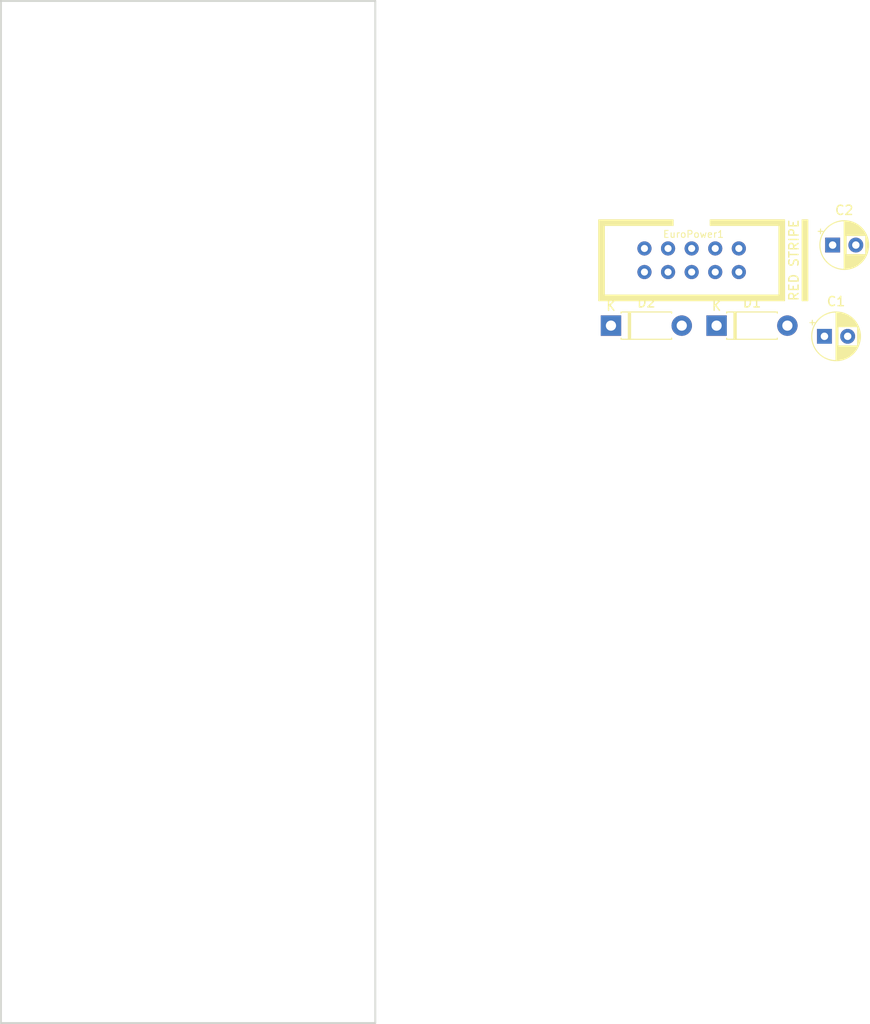
<source format=kicad_pcb>
(kicad_pcb (version 20211014) (generator pcbnew)
  (layers (0 "F.Cu" signal) (31 "B.Cu" signal) (34 "B.Paste" user) (35 "F.Paste" user) (36 "B.SilkS" user "B.Silkscreen") (37 "F.SilkS" user "F.Silkscreen") (38 "B.Mask" user) (39 "F.Mask" user) (44 "Edge.Cuts" user))
  (net 0 "")
  (net 1 "+12V")
  (net 2 "Earth")
  (net 3 "-12V")
  (net 4 "Net-(D1-Pad1)")
  (net 5 "Net-(D2-Pad2)")
  (footprint "Eurorack:Eurorack Power Header" (layer "F.Cu") (at 74.351225 27.9084)
    (fp_text reference "EuroPower1" (at 0.2 -2.8 unlocked) (layer "F.SilkS") (effects (font (size 0.75 0.75) (thickness 0.1))))
    (fp_text value "02x05 Shrouded")
    (fp_text user "RED STRIPE" (at 11 0 90 unlocked) (layer "F.SilkS"))
    (fp_rect (start 11.9 -4.35) (end 12.5 4.35) (layer "F.SilkS") (width 0.12) (fill solid))
    (fp_poly (pts (xy -10 4.35) (xy 10 4.35) (xy 10 -4.35) (xy 2 -4.35) (xy 2 -3.75) (xy 9.4 -3.75) (xy 9.4 3.75) (xy -9.4 3.75) (xy -9.4 -3.75) (xy -2 -3.75) (xy -2 -4.35) (xy -10 -4.35)) (layer "F.SilkS") (width 0.12) (fill solid))
    (pad "1" thru_hole circle (at 5.08 -1.27) (size 1.524 1.524) (drill 0.762) (layers *.Cu *.Mask) (net 5 "Net-(D2-Pad2)"))
    (pad "2" thru_hole circle (at 5.08 1.27) (size 1.524 1.524) (drill 0.762) (layers *.Cu *.Mask) (net 5 "Net-(D2-Pad2)"))
    (pad "3" thru_hole circle (at 2.54 -1.27) (size 1.524 1.524) (drill 0.762) (layers *.Cu *.Mask) (net 2 "Earth"))
    (pad "4" thru_hole circle (at 2.54 1.27) (size 1.524 1.524) (drill 0.762) (layers *.Cu *.Mask) (net 2 "Earth"))
    (pad "5" thru_hole circle (at 0 -1.27) (size 1.524 1.524) (drill 0.762) (layers *.Cu *.Mask) (net 2 "Earth"))
    (pad "6" thru_hole circle (at 0 1.27) (size 1.524 1.524) (drill 0.762) (layers *.Cu *.Mask) (net 2 "Earth"))
    (pad "7" thru_hole circle (at -2.54 -1.27) (size 1.524 1.524) (drill 0.762) (layers *.Cu *.Mask) (net 2 "Earth"))
    (pad "8" thru_hole circle (at -2.54 1.27) (size 1.524 1.524) (drill 0.762) (layers *.Cu *.Mask) (net 2 "Earth"))
    (pad "9" thru_hole circle (at -5.08 -1.27) (size 1.524 1.524) (drill 0.762) (layers *.Cu *.Mask) (net 4 "Net-(D1-Pad1)"))
    (pad "10" thru_hole circle (at -5.08 1.27) (size 1.524 1.524) (drill 0.762) (layers *.Cu *.Mask) (net 4 "Net-(D1-Pad1)"))
  )
  (footprint "Diode_THT:D_DO-41_SOD81_P7.62mm_Horizontal" (layer "F.Cu") (at 77.036225 34.9434)
    (fp_text reference "D1" (at 3.81 -2.47) (layer "F.SilkS"))
    (fp_text value "DIODE")
    (fp_text user "K" (at 0 -2.1) (layer "F.SilkS"))
    (fp_line (start 2.11 -1.47) (end 2.11 1.47) (layer "F.SilkS") (width 0.12))
    (fp_line (start 6.53 1.47) (end 6.53 1.34) (layer "F.SilkS") (width 0.12))
    (fp_line (start 1.09 1.34) (end 1.09 1.47) (layer "F.SilkS") (width 0.12))
    (fp_line (start 1.87 -1.47) (end 1.87 1.47) (layer "F.SilkS") (width 0.12))
    (fp_line (start 6.53 -1.47) (end 6.53 -1.34) (layer "F.SilkS") (width 0.12))
    (fp_line (start 1.99 -1.47) (end 1.99 1.47) (layer "F.SilkS") (width 0.12))
    (fp_line (start 1.09 -1.34) (end 1.09 -1.47) (layer "F.SilkS") (width 0.12))
    (fp_line (start 1.09 1.47) (end 6.53 1.47) (layer "F.SilkS") (width 0.12))
    (fp_line (start 1.09 -1.47) (end 6.53 -1.47) (layer "F.SilkS") (width 0.12))
    (pad "1" thru_hole rect (at 0 0) (size 2.2 2.2) (drill 1.1) (layers *.Cu *.Mask) (net 4 "Net-(D1-Pad1)"))
    (pad "2" thru_hole oval (at 7.62 0) (size 2.2 2.2) (drill 1.1) (layers *.Cu *.Mask) (net 1 "+12V"))
  )
  (footprint "Capacitor_THT:CP_Radial_D5.0mm_P2.50mm" (layer "F.Cu") (at 88.646 36.0934)
    (fp_text reference "C1" (at 1.25 -3.75) (layer "F.SilkS"))
    (fp_text value "10u")
    (fp_line (start 1.33 -2.579) (end 1.33 2.579) (layer "F.SilkS") (width 0.12))
    (fp_line (start 2.091 -2.442) (end 2.091 -1.04) (layer "F.SilkS") (width 0.12))
    (fp_line (start 1.73 1.04) (end 1.73 2.536) (layer "F.SilkS") (width 0.12))
    (fp_line (start 3.131 1.04) (end 3.131 1.785) (layer "F.SilkS") (width 0.12))
    (fp_line (start 2.971 1.04) (end 2.971 1.937) (layer "F.SilkS") (width 0.12))
    (fp_line (start 3.171 1.04) (end 3.171 1.743) (layer "F.SilkS") (width 0.12))
    (fp_line (start 2.211 1.04) (end 2.211 2.398) (layer "F.SilkS") (width 0.12))
    (fp_line (start 3.651 -1.011) (end 3.651 1.011) (layer "F.SilkS") (width 0.12))
    (fp_line (start 1.77 1.04) (end 1.77 2.528) (layer "F.SilkS") (width 0.12))
    (fp_line (start 1.37 -2.578) (end 1.37 2.578) (layer "F.SilkS") (width 0.12))
    (fp_line (start 2.331 -2.348) (end 2.331 -1.04) (layer "F.SilkS") (width 0.12))
    (fp_line (start 1.971 -2.48) (end 1.971 -1.04) (layer "F.SilkS") (width 0.12))
    (fp_line (start 1.971 1.04) (end 1.971 2.48) (layer "F.SilkS") (width 0.12))
    (fp_line (start 2.971 -1.937) (end 2.971 -1.04) (layer "F.SilkS") (width 0.12))
    (fp_line (start 1.69 -2.543) (end 1.69 -1.04) (layer "F.SilkS") (width 0.12))
    (fp_line (start 2.051 1.04) (end 2.051 2.455) (layer "F.SilkS") (width 0.12))
    (fp_line (start 3.331 1.04) (end 3.331 1.554) (layer "F.SilkS") (width 0.12))
    (fp_line (start 1.41 -2.576) (end 1.41 2.576) (layer "F.SilkS") (width 0.12))
    (fp_line (start 1.81 -2.52) (end 1.81 -1.04) (layer "F.SilkS") (width 0.12))
    (fp_line (start 2.291 -2.365) (end 2.291 -1.04) (layer "F.SilkS") (width 0.12))
    (fp_line (start 3.371 1.04) (end 3.371 1.5) (layer "F.SilkS") (width 0.12))
    (fp_line (start 2.011 -2.468) (end 2.011 -1.04) (layer "F.SilkS") (width 0.12))
    (fp_line (start 1.45 -2.573) (end 1.45 2.573) (layer "F.SilkS") (width 0.12))
    (fp_line (start 2.371 -2.329) (end 2.371 -1.04) (layer "F.SilkS") (width 0.12))
    (fp_line (start 2.811 1.04) (end 2.811 2.065) (layer "F.SilkS") (width 0.12))
    (fp_line (start 2.731 -2.122) (end 2.731 -1.04) (layer "F.SilkS") (width 0.12))
    (fp_line (start 2.611 -2.2) (end 2.611 -1.04) (layer "F.SilkS") (width 0.12))
    (fp_line (start -1.554775 -1.475) (end -1.054775 -1.475) (layer "F.SilkS") (width 0.12))
    (fp_line (start 3.291 -1.605) (end 3.291 -1.04) (layer "F.SilkS") (width 0.12))
    (fp_line (start 2.211 -2.398) (end 2.211 -1.04) (layer "F.SilkS") (width 0.12))
    (fp_line (start 1.85 1.04) (end 1.85 2.511) (layer "F.SilkS") (width 0.12))
    (fp_line (start 2.531 -2.247) (end 2.531 -1.04) (layer "F.SilkS") (width 0.12))
    (fp_line (start 3.411 -1.443) (end 3.411 -1.04) (layer "F.SilkS") (width 0.12))
    (fp_line (start 3.451 -1.383) (end 3.451 -1.04) (layer "F.SilkS") (width 0.12))
    (fp_line (start 2.691 -2.149) (end 2.691 -1.04) (layer "F.SilkS") (width 0.12))
    (fp_line (start 1.77 -2.528) (end 1.77 -1.04) (layer "F.SilkS") (width 0.12))
    (fp_line (start 3.571 -1.178) (end 3.571 1.178) (layer "F.SilkS") (width 0.12))
    (fp_line (start 1.85 -2.511) (end 1.85 -1.04) (layer "F.SilkS") (width 0.12))
    (fp_line (start 1.29 -2.58) (end 1.29 2.58) (layer "F.SilkS") (width 0.12))
    (fp_line (start 3.211 1.04) (end 3.211 1.699) (layer "F.SilkS") (width 0.12))
    (fp_line (start 2.411 1.04) (end 2.411 2.31) (layer "F.SilkS") (width 0.12))
    (fp_line (start 2.291 1.04) (end 2.291 2.365) (layer "F.SilkS") (width 0.12))
    (fp_line (start 2.571 1.04) (end 2.571 2.224) (layer "F.SilkS") (width 0.12))
    (fp_line (start 2.131 1.04) (end 2.131 2.428) (layer "F.SilkS") (width 0.12))
    (fp_line (start 3.051 1.04) (end 3.051 1.864) (layer "F.SilkS") (width 0.12))
    (fp_line (start 2.851 1.04) (end 2.851 2.035) (layer "F.SilkS") (width 0.12))
    (fp_line (start 2.811 -2.065) (end 2.811 -1.04) (layer "F.SilkS") (width 0.12))
    (fp_line (start 2.891 -2.004) (end 2.891 -1.04) (layer "F.SilkS") (width 0.12))
    (fp_line (start 1.61 1.04) (end 1.61 2.556) (layer "F.SilkS") (width 0.12))
    (fp_line (start 3.251 1.04) (end 3.251 1.653) (layer "F.SilkS") (width 0.12))
    (fp_line (start 3.171 -1.743) (end 3.171 -1.04) (layer "F.SilkS") (width 0.12))
    (fp_line (start 1.69 1.04) (end 1.69 2.543) (layer "F.SilkS") (width 0.12))
    (fp_line (start 2.331 1.04) (end 2.331 2.348) (layer "F.SilkS") (width 0.12))
    (fp_line (start 2.571 -2.224) (end 2.571 -1.04) (layer "F.SilkS") (width 0.12))
    (fp_line (start 3.491 -1.319) (end 3.491 -1.04) (layer "F.SilkS") (width 0.12))
    (fp_line (start 1.73 -2.536) (end 1.73 -1.04) (layer "F.SilkS") (width 0.12))
    (fp_line (start 3.771 -0.677) (end 3.771 0.677) (layer "F.SilkS") (width 0.12))
    (fp_line (start 2.411 -2.31) (end 2.411 -1.04) (layer "F.SilkS") (width 0.12))
    (fp_line (start 2.251 -2.382) (end 2.251 -1.04) (layer "F.SilkS") (width 0.12))
    (fp_line (start 3.811 -0.518) (end 3.811 0.518) (layer "F.SilkS") (width 0.12))
    (fp_line (start 3.691 -0.915) (end 3.691 0.915) (layer "F.SilkS") (width 0.12))
    (fp_line (start 1.53 1.04) (end 1.53 2.565) (layer "F.SilkS") (width 0.12))
    (fp_line (start 2.131 -2.428) (end 2.131 -1.04) (layer "F.SilkS") (width 0.12))
    (fp_line (start 3.731 -0.805) (end 3.731 0.805) (layer "F.SilkS") (width 0.12))
    (fp_line (start 2.931 -1.971) (end 2.931 -1.04) (layer "F.SilkS") (width 0.12))
    (fp_line (start 2.771 1.04) (end 2.771 2.095) (layer "F.SilkS") (width 0.12))
    (fp_line (start 1.49 -2.569) (end 1.49 -1.04) (layer "F.SilkS") (width 0.12))
    (fp_line (start 1.89 1.04) (end 1.89 2.501) (layer "F.SilkS") (width 0.12))
    (fp_line (start 2.691 1.04) (end 2.691 2.149) (layer "F.SilkS") (width 0.12))
    (fp_line (start 2.091 1.04) (end 2.091 2.442) (layer "F.SilkS") (width 0.12))
    (fp_line (start 2.051 -2.455) (end 2.051 -1.04) (layer "F.SilkS") (width 0.12))
    (fp_line (start 3.011 -1.901) (end 3.011 -1.04) (layer "F.SilkS") (width 0.12))
    (fp_line (start 3.091 -1.826) (end 3.091 -1.04) (layer "F.SilkS") (width 0.12))
    (fp_line (start 1.53 -2.565) (end 1.53 -1.04) (layer "F.SilkS") (width 0.12))
    (fp_line (start 2.891 1.04) (end 2.891 2.004) (layer "F.SilkS") (width 0.12))
    (fp_line (start 3.531 -1.251) (end 3.531 -1.04) (layer "F.SilkS") (width 0.12))
    (fp_line (start 2.451 -2.29) (end 2.451 -1.04) (layer "F.SilkS") (width 0.12))
    (fp_line (start 2.171 1.04) (end 2.171 2.414) (layer "F.SilkS") (width 0.12))
    (fp_line (start 2.491 1.04) (end 2.491 2.268) (layer "F.SilkS") (width 0.12))
    (fp_line (start 1.61 -2.556) (end 1.61 -1.04) (layer "F.SilkS") (width 0.12))
    (fp_line (start 3.131 -1.785) (end 3.131 -1.04) (layer "F.SilkS") (width 0.12))
    (fp_line (start 2.731 1.04) (end 2.731 2.122) (layer "F.SilkS") (width 0.12))
    (fp_line (start 2.491 -2.268) (end 2.491 -1.04) (layer "F.SilkS") (width 0.12))
    (fp_line (start 3.851 -0.284) (end 3.851 0.284) (layer "F.SilkS") (width 0.12))
    (fp_line (start 3.331 -1.554) (end 3.331 -1.04) (layer "F.SilkS") (width 0.12))
    (fp_line (start 1.65 -2.55) (end 1.65 -1.04) (layer "F.SilkS") (width 0.12))
    (fp_line (start 2.371 1.04) (end 2.371 2.329) (layer "F.SilkS") (width 0.12))
    (fp_line (start 3.491 1.04) (end 3.491 1.319) (layer "F.SilkS") (width 0.12))
    (fp_line (start 1.89 -2.501) (end 1.89 -1.04) (layer "F.SilkS") (width 0.12))
    (fp_line (start 1.81 1.04) (end 1.81 2.52) (layer "F.SilkS") (width 0.12))
    (fp_line (start 3.611 -1.098) (end 3.611 1.098) (layer "F.SilkS") (width 0.12))
    (fp_line (start 2.611 1.04) (end 2.611 2.2) (layer "F.SilkS") (width 0.12))
    (fp_line (start 3.091 1.04) (end 3.091 1.826) (layer "F.SilkS") (width 0.12))
    (fp_line (start 3.371 -1.5) (end 3.371 -1.04) (layer "F.SilkS") (width 0.12))
    (fp_line (start 2.771 -2.095) (end 2.771 -1.04) (layer "F.SilkS") (width 0.12))
    (fp_line (start 2.251 1.04) (end 2.251 2.382) (layer "F.SilkS") (width 0.12))
    (fp_line (start 3.251 -1.653) (end 3.251 -1.04) (layer "F.SilkS") (width 0.12))
    (fp_line (start 2.851 -2.035) (end 2.851 -1.04) (layer "F.SilkS") (width 0.12))
    (fp_line (start 3.451 1.04) (end 3.451 1.383) (layer "F.SilkS") (width 0.12))
    (fp_line (start 2.011 1.04) (end 2.011 2.468) (layer "F.SilkS") (width 0.12))
    (fp_line (start 1.57 -2.561) (end 1.57 -1.04) (layer "F.SilkS") (width 0.12))
    (fp_line (start 2.531 1.04) (end 2.531 2.247) (layer "F.SilkS") (width 0.12))
    (fp_line (start 2.931 1.04) (end 2.931 1.971) (layer "F.SilkS") (width 0.12))
    (fp_line (start 2.451 1.04) (end 2.451 2.29) (layer "F.SilkS") (width 0.12))
    (fp_line (start 2.171 -2.414) (end 2.171 -1.04) (layer "F.SilkS") (width 0.12))
    (fp_line (start 3.211 -1.699) (end 3.211 -1.04) (layer "F.SilkS") (width 0.12))
    (fp_line (start 1.57 1.04) (end 1.57 2.561) (layer "F.SilkS") (width 0.12))
    (fp_line (start -1.304775 -1.725) (end -1.304775 -1.225) (layer "F.SilkS") (width 0.12))
    (fp_line (start 1.49 1.04) (end 1.49 2.569) (layer "F.SilkS") (width 0.12))
    (fp_line (start 1.65 1.04) (end 1.65 2.55) (layer "F.SilkS") (width 0.12))
    (fp_line (start 1.93 1.04) (end 1.93 2.491) (layer "F.SilkS") (width 0.12))
    (fp_line (start 1.93 -2.491) (end 1.93 -1.04) (layer "F.SilkS") (width 0.12))
    (fp_line (start 2.651 -2.175) (end 2.651 -1.04) (layer "F.SilkS") (width 0.12))
    (fp_line (start 1.25 -2.58) (end 1.25 2.58) (layer "F.SilkS") (width 0.12))
    (fp_line (start 3.011 1.04) (end 3.011 1.901) (layer "F.SilkS") (width 0.12))
    (fp_line (start 3.411 1.04) (end 3.411 1.443) (layer "F.SilkS") (width 0.12))
    (fp_line (start 3.531 1.04) (end 3.531 1.251) (layer "F.SilkS") (width 0.12))
    (fp_line (start 2.651 1.04) (end 2.651 2.175) (layer "F.SilkS") (width 0.12))
    (fp_line (start 3.291 1.04) (end 3.291 1.605) (layer "F.SilkS") (width 0.12))
    (fp_line (start 3.051 -1.864) (end 3.051 -1.04) (layer "F.SilkS") (width 0.12))
    (fp_circle (center 1.25 0) (end 3.87 0) (layer "F.SilkS") (width 0.12) (fill none))
    (pad "1" thru_hole rect (at 0 0) (size 1.6 1.6) (drill 0.8) (layers *.Cu *.Mask) (net 1 "+12V"))
    (pad "2" thru_hole circle (at 2.5 0) (size 1.6 1.6) (drill 0.8) (layers *.Cu *.Mask) (net 2 "Earth"))
  )
  (footprint "Capacitor_THT:CP_Radial_D5.0mm_P2.50mm" (layer "F.Cu") (at 89.526 26.2734)
    (fp_text reference "C2" (at 1.25 -3.75) (layer "F.SilkS"))
    (fp_text value "10u")
    (fp_line (start 1.29 -2.58) (end 1.29 2.58) (layer "F.SilkS") (width 0.12))
    (fp_line (start 1.25 -2.58) (end 1.25 2.58) (layer "F.SilkS") (width 0.12))
    (fp_line (start 2.611 1.04) (end 2.611 2.2) (layer "F.SilkS") (width 0.12))
    (fp_line (start 1.73 1.04) (end 1.73 2.536) (layer "F.SilkS") (width 0.12))
    (fp_line (start 2.211 1.04) (end 2.211 2.398) (layer "F.SilkS") (width 0.12))
    (fp_line (start 3.451 1.04) (end 3.451 1.383) (layer "F.SilkS") (width 0.12))
    (fp_line (start 1.93 -2.491) (end 1.93 -1.04) (layer "F.SilkS") (width 0.12))
    (fp_line (start 3.531 -1.251) (end 3.531 -1.04) (layer "F.SilkS") (width 0.12))
    (fp_line (start 1.61 -2.556) (end 1.61 -1.04) (layer "F.SilkS") (width 0.12))
    (fp_line (start 3.331 -1.554) (end 3.331 -1.04) (layer "F.SilkS") (width 0.12))
    (fp_line (start 2.931 -1.971) (end 2.931 -1.04) (layer "F.SilkS") (width 0.12))
    (fp_line (start 2.571 1.04) (end 2.571 2.224) (layer "F.SilkS") (width 0.12))
    (fp_line (start 3.211 -1.699) (end 3.211 -1.04) (layer "F.SilkS") (width 0.12))
    (fp_line (start 3.251 -1.653) (end 3.251 -1.04) (layer "F.SilkS") (width 0.12))
    (fp_line (start 2.051 1.04) (end 2.051 2.455) (layer "F.SilkS") (width 0.12))
    (fp_line (start 2.411 -2.31) (end 2.411 -1.04) (layer "F.SilkS") (width 0.12))
    (fp_line (start 2.131 -2.428) (end 2.131 -1.04) (layer "F.SilkS") (width 0.12))
    (fp_line (start 1.93 1.04) (end 1.93 2.491) (layer "F.SilkS") (width 0.12))
    (fp_line (start 3.011 -1.901) (end 3.011 -1.04) (layer "F.SilkS") (width 0.12))
    (fp_line (start 2.371 1.04) (end 2.371 2.329) (layer "F.SilkS") (width 0.12))
    (fp_line (start 1.81 1.04) (end 1.81 2.52) (layer "F.SilkS") (width 0.12))
    (fp_line (start 1.81 -2.52) (end 1.81 -1.04) (layer "F.SilkS") (width 0.12))
    (fp_line (start 2.731 1.04) (end 2.731 2.122) (layer "F.SilkS") (width 0.12))
    (fp_line (start 1.85 -2.511) (end 1.85 -1.04) (layer "F.SilkS") (width 0.12))
    (fp_line (start 3.051 1.04) (end 3.051 1.864) (layer "F.SilkS") (width 0.12))
    (fp_line (start 3.251 1.04) (end 3.251 1.653) (layer "F.SilkS") (width 0.12))
    (fp_line (start 2.331 1.04) (end 2.331 2.348) (layer "F.SilkS") (width 0.12))
    (fp_line (start 2.211 -2.398) (end 2.211 -1.04) (layer "F.SilkS") (width 0.12))
    (fp_line (start 1.89 1.04) (end 1.89 2.501) (layer "F.SilkS") (width 0.12))
    (fp_line (start 3.491 1.04) (end 3.491 1.319) (layer "F.SilkS") (width 0.12))
    (fp_line (start 2.331 -2.348) (end 2.331 -1.04) (layer "F.SilkS") (width 0.12))
    (fp_line (start 3.491 -1.319) (end 3.491 -1.04) (layer "F.SilkS") (width 0.12))
    (fp_line (start 1.53 1.04) (end 1.53 2.565) (layer "F.SilkS") (width 0.12))
    (fp_line (start 3.331 1.04) (end 3.331 1.554) (layer "F.SilkS") (width 0.12))
    (fp_line (start 1.61 1.04) (end 1.61 2.556) (layer "F.SilkS") (width 0.12))
    (fp_line (start 3.611 -1.098) (end 3.611 1.098) (layer "F.SilkS") (width 0.12))
    (fp_line (start 1.73 -2.536) (end 1.73 -1.04) (layer "F.SilkS") (width 0.12))
    (fp_line (start 3.771 -0.677) (end 3.771 0.677) (layer "F.SilkS") (width 0.12))
    (fp_line (start 3.091 1.04) (end 3.091 1.826) (layer "F.SilkS") (width 0.12))
    (fp_line (start 1.971 -2.48) (end 1.971 -1.04) (layer "F.SilkS") (width 0.12))
    (fp_line (start 3.131 -1.785) (end 3.131 -1.04) (layer "F.SilkS") (width 0.12))
    (fp_line (start 2.971 -1.937) (end 2.971 -1.04) (layer "F.SilkS") (width 0.12))
    (fp_line (start 2.851 -2.035) (end 2.851 -1.04) (layer "F.SilkS") (width 0.12))
    (fp_line (start 2.291 1.04) (end 2.291 2.365) (layer "F.SilkS") (width 0.12))
    (fp_line (start 2.851 1.04) (end 2.851 2.035) (layer "F.SilkS") (width 0.12))
    (fp_line (start 2.891 1.04) (end 2.891 2.004) (layer "F.SilkS") (width 0.12))
    (fp_line (start 2.371 -2.329) (end 2.371 -1.04) (layer "F.SilkS") (width 0.12))
    (fp_line (start 2.131 1.04) (end 2.131 2.428) (layer "F.SilkS") (width 0.12))
    (fp_line (start 2.091 -2.442) (end 2.091 -1.04) (layer "F.SilkS") (width 0.12))
    (fp_line (start 1.85 1.04) (end 1.85 2.511) (layer "F.SilkS") (width 0.12))
    (fp_line (start 3.171 1.04) (end 3.171 1.743) (layer "F.SilkS") (width 0.12))
    (fp_line (start 3.651 -1.011) (end 3.651 1.011) (layer "F.SilkS") (width 0.12))
    (fp_line (start 1.57 -2.561) (end 1.57 -1.04) (layer "F.SilkS") (width 0.12))
    (fp_line (start 1.33 -2.579) (end 1.33 2.579) (layer "F.SilkS") (width 0.12))
    (fp_line (start 1.53 -2.565) (end 1.53 -1.04) (layer "F.SilkS") (width 0.12))
    (fp_line (start 2.891 -2.004) (end 2.891 -1.04) (layer "F.SilkS") (width 0.12))
    (fp_line (start 2.611 -2.2) (end 2.611 -1.04) (layer "F.SilkS") (width 0.12))
    (fp_line (start 2.411 1.04) (end 2.411 2.31) (layer "F.SilkS") (width 0.12))
    (fp_line (start 2.531 1.04) (end 2.531 2.247) (layer "F.SilkS") (width 0.12))
    (fp_line (start 1.57 1.04) (end 1.57 2.561) (layer "F.SilkS") (width 0.12))
    (fp_line (start 2.051 -2.455) (end 2.051 -1.04) (layer "F.SilkS") (width 0.12))
    (fp_line (start 2.251 -2.382) (end 2.251 -1.04) (layer "F.SilkS") (width 0.12))
    (fp_line (start 3.051 -1.864) (end 3.051 -1.04) (layer "F.SilkS") (width 0.12))
    (fp_line (start 2.011 -2.468) (end 2.011 -1.04) (layer "F.SilkS") (width 0.12))
    (fp_line (start 2.691 1.04) (end 2.691 2.149) (layer "F.SilkS") (width 0.12))
    (fp_line (start 1.49 1.04) (end 1.49 2.569) (layer "F.SilkS") (width 0.12))
    (fp_line (start -1.554775 -1.475) (end -1.054775 -1.475) (layer "F.SilkS") (width 0.12))
    (fp_line (start 1.77 -2.528) (end 1.77 -1.04) (layer "F.SilkS") (width 0.12))
    (fp_line (start 3.411 1.04) (end 3.411 1.443) (layer "F.SilkS") (width 0.12))
    (fp_line (start 2.531 -2.247) (end 2.531 -1.04) (layer "F.SilkS") (width 0.12))
    (fp_line (start 1.45 -2.573) (end 1.45 2.573) (layer "F.SilkS") (width 0.12))
    (fp_line (start 2.971 1.04) (end 2.971 1.937) (layer "F.SilkS") (width 0.12))
    (fp_line (start 3.171 -1.743) (end 3.171 -1.04) (layer "F.SilkS") (width 0.12))
    (fp_line (start 3.371 1.04) (end 3.371 1.5) (layer "F.SilkS") (width 0.12))
    (fp_line (start 1.65 -2.55) (end 1.65 -1.04) (layer "F.SilkS") (width 0.12))
    (fp_line (start 2.651 -2.175) (end 2.651 -1.04) (layer "F.SilkS") (width 0.12))
    (fp_line (start 2.571 -2.224) (end 2.571 -1.04) (layer "F.SilkS") (width 0.12))
    (fp_line (start 2.811 -2.065) (end 2.811 -1.04) (layer "F.SilkS") (width 0.12))
    (fp_line (start 1.971 1.04) (end 1.971 2.48) (layer "F.SilkS") (width 0.12))
    (fp_line (start 2.651 1.04) (end 2.651 2.175) (layer "F.SilkS") (width 0.12))
    (fp_line (start 1.77 1.04) (end 1.77 2.528) (layer "F.SilkS") (width 0.12))
    (fp_line (start 2.251 1.04) (end 2.251 2.382) (layer "F.SilkS") (width 0.12))
    (fp_line (start 3.691 -0.915) (end 3.691 0.915) (layer "F.SilkS") (width 0.12))
    (fp_line (start 1.49 -2.569) (end 1.49 -1.04) (layer "F.SilkS") (width 0.12))
    (fp_line (start 1.65 1.04) (end 1.65 2.55) (layer "F.SilkS") (width 0.12))
    (fp_line (start 2.731 -2.122) (end 2.731 -1.04) (layer "F.SilkS") (width 0.12))
    (fp_line (start -1.304775 -1.725) (end -1.304775 -1.225) (layer "F.SilkS") (width 0.12))
    (fp_line (start 2.171 1.04) (end 2.171 2.414) (layer "F.SilkS") (width 0.12))
    (fp_line (start 3.531 1.04) (end 3.531 1.251) (layer "F.SilkS") (width 0.12))
    (fp_line (start 2.771 -2.095) (end 2.771 -1.04) (layer "F.SilkS") (width 0.12))
    (fp_line (start 3.411 -1.443) (end 3.411 -1.04) (layer "F.SilkS") (width 0.12))
    (fp_line (start 2.491 1.04) (end 2.491 2.268) (layer "F.SilkS") (width 0.12))
    (fp_line (start 3.371 -1.5) (end 3.371 -1.04) (layer "F.SilkS") (width 0.12))
    (fp_line (start 2.931 1.04) (end 2.931 1.971) (layer "F.SilkS") (width 0.12))
    (fp_line (start 3.451 -1.383) (end 3.451 -1.04) (layer "F.SilkS") (width 0.12))
    (fp_line (start 2.171 -2.414) (end 2.171 -1.04) (layer "F.SilkS") (width 0.12))
    (fp_line (start 2.291 -2.365) (end 2.291 -1.04) (layer "F.SilkS") (width 0.12))
    (fp_line (start 3.291 -1.605) (end 3.291 -1.04) (layer "F.SilkS") (width 0.12))
    (fp_line (start 2.491 -2.268) (end 2.491 -1.04) (layer "F.SilkS") (width 0.12))
    (fp_line (start 2.691 -2.149) (end 2.691 -1.04) (layer "F.SilkS") (width 0.12))
    (fp_line (start 1.37 -2.578) (end 1.37 2.578) (layer "F.SilkS") (width 0.12))
    (fp_line (start 2.771 1.04) (end 2.771 2.095) (layer "F.SilkS") (width 0.12))
    (fp_line (start 3.211 1.04) (end 3.211 1.699) (layer "F.SilkS") (width 0.12))
    (fp_line (start 2.011 1.04) (end 2.011 2.468) (layer "F.SilkS") (width 0.12))
    (fp_line (start 3.131 1.04) (end 3.131 1.785) (layer "F.SilkS") (width 0.12))
    (fp_line (start 2.091 1.04) (end 2.091 2.442) (layer "F.SilkS") (width 0.12))
    (fp_line (start 2.811 1.04) (end 2.811 2.065) (layer "F.SilkS") (width 0.12))
    (fp_line (start 3.851 -0.284) (end 3.851 0.284) (layer "F.SilkS") (width 0.12))
    (fp_line (start 3.091 -1.826) (end 3.091 -1.04) (layer "F.SilkS") (width 0.12))
    (fp_line (start 3.011 1.04) (end 3.011 1.901) (layer "F.SilkS") (width 0.12))
    (fp_line (start 2.451 1.04) (end 2.451 2.29) (layer "F.SilkS") (width 0.12))
    (fp_line (start 1.89 -2.501) (end 1.89 -1.04) (layer "F.SilkS") (width 0.12))
    (fp_line (start 3.811 -0.518) (end 3.811 0.518) (layer "F.SilkS") (width 0.12))
    (fp_line (start 1.69 -2.543) (end 1.69 -1.04) (layer "F.SilkS") (width 0.12))
    (fp_line (start 3.291 1.04) (end 3.291 1.605) (layer "F.SilkS") (width 0.12))
    (fp_line (start 1.41 -2.576) (end 1.41 2.576) (layer "F.SilkS") (width 0.12))
    (fp_line (start 3.731 -0.805) (end 3.731 0.805) (layer "F.SilkS") (width 0.12))
    (fp_line (start 3.571 -1.178) (end 3.571 1.178) (layer "F.SilkS") (width 0.12))
    (fp_line (start 2.451 -2.29) (end 2.451 -1.04) (layer "F.SilkS") (width 0.12))
    (fp_line (start 1.69 1.04) (end 1.69 2.543) (layer "F.SilkS") (width 0.12))
    (fp_circle (center 1.25 0) (end 3.87 0) (layer "F.SilkS") (width 0.12) (fill none))
    (pad "1" thru_hole rect (at 0 0) (size 1.6 1.6) (drill 0.8) (layers *.Cu *.Mask) (net 2 "Earth"))
    (pad "2" thru_hole circle (at 2.5 0) (size 1.6 1.6) (drill 0.8) (layers *.Cu *.Mask) (net 3 "-12V"))
  )
  (footprint "Diode_THT:D_DO-41_SOD81_P7.62mm_Horizontal" (layer "F.Cu") (at 65.666225 34.9434)
    (fp_text reference "D2" (at 3.81 -2.47) (layer "F.SilkS"))
    (fp_text value "DIODE")
    (fp_text user "K" (at 0 -2.1) (layer "F.SilkS"))
    (fp_line (start 1.09 1.34) (end 1.09 1.47) (layer "F.SilkS") (width 0.12))
    (fp_line (start 6.53 1.47) (end 6.53 1.34) (layer "F.SilkS") (width 0.12))
    (fp_line (start 6.53 -1.47) (end 6.53 -1.34) (layer "F.SilkS") (width 0.12))
    (fp_line (start 1.09 -1.34) (end 1.09 -1.47) (layer "F.SilkS") (width 0.12))
    (fp_line (start 2.11 -1.47) (end 2.11 1.47) (layer "F.SilkS") (width 0.12))
    (fp_line (start 1.87 -1.47) (end 1.87 1.47) (layer "F.SilkS") (width 0.12))
    (fp_line (start 1.09 -1.47) (end 6.53 -1.47) (layer "F.SilkS") (width 0.12))
    (fp_line (start 1.09 1.47) (end 6.53 1.47) (layer "F.SilkS") (width 0.12))
    (fp_line (start 1.99 -1.47) (end 1.99 1.47) (layer "F.SilkS") (width 0.12))
    (pad "1" thru_hole rect (at 0 0) (size 2.2 2.2) (drill 1.1) (layers *.Cu *.Mask) (net 3 "-12V"))
    (pad "2" thru_hole oval (at 7.62 0) (size 2.2 2.2) (drill 1.1) (layers *.Cu *.Mask) (net 5 "Net-(D2-Pad2)"))
  )
  (gr_rect (start 0 0) (end 40.3 110) (layer "Edge.Cuts") (width 0.2) (fill none))
)
</source>
